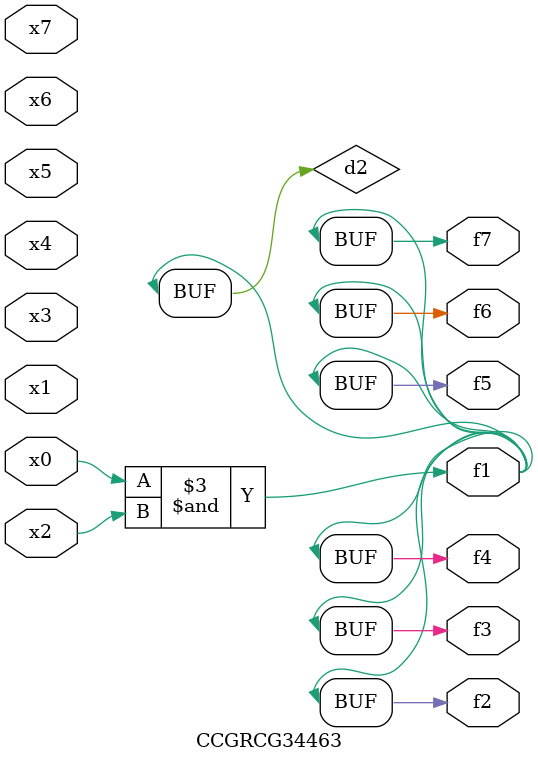
<source format=v>
module CCGRCG34463(
	input x0, x1, x2, x3, x4, x5, x6, x7,
	output f1, f2, f3, f4, f5, f6, f7
);

	wire d1, d2;

	nor (d1, x3, x6);
	and (d2, x0, x2);
	assign f1 = d2;
	assign f2 = d2;
	assign f3 = d2;
	assign f4 = d2;
	assign f5 = d2;
	assign f6 = d2;
	assign f7 = d2;
endmodule

</source>
